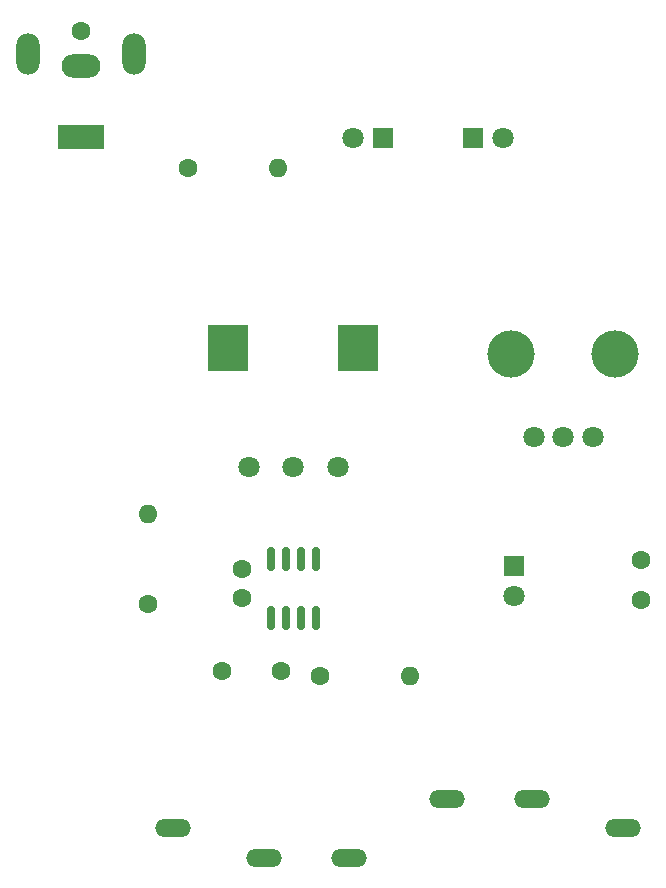
<source format=gbr>
%TF.GenerationSoftware,KiCad,Pcbnew,(6.0.0)*%
%TF.CreationDate,2022-01-15T15:10:37-08:00*%
%TF.ProjectId,Tremolo_V2,5472656d-6f6c-46f5-9f56-322e6b696361,rev?*%
%TF.SameCoordinates,Original*%
%TF.FileFunction,Soldermask,Top*%
%TF.FilePolarity,Negative*%
%FSLAX46Y46*%
G04 Gerber Fmt 4.6, Leading zero omitted, Abs format (unit mm)*
G04 Created by KiCad (PCBNEW (6.0.0)) date 2022-01-15 15:10:37*
%MOMM*%
%LPD*%
G01*
G04 APERTURE LIST*
G04 Aperture macros list*
%AMRoundRect*
0 Rectangle with rounded corners*
0 $1 Rounding radius*
0 $2 $3 $4 $5 $6 $7 $8 $9 X,Y pos of 4 corners*
0 Add a 4 corners polygon primitive as box body*
4,1,4,$2,$3,$4,$5,$6,$7,$8,$9,$2,$3,0*
0 Add four circle primitives for the rounded corners*
1,1,$1+$1,$2,$3*
1,1,$1+$1,$4,$5*
1,1,$1+$1,$6,$7*
1,1,$1+$1,$8,$9*
0 Add four rect primitives between the rounded corners*
20,1,$1+$1,$2,$3,$4,$5,0*
20,1,$1+$1,$4,$5,$6,$7,0*
20,1,$1+$1,$6,$7,$8,$9,0*
20,1,$1+$1,$8,$9,$2,$3,0*%
G04 Aperture macros list end*
%ADD10C,1.800000*%
%ADD11C,4.000000*%
%ADD12R,3.500000X4.000000*%
%ADD13C,1.600000*%
%ADD14O,1.600000X1.600000*%
%ADD15RoundRect,0.150000X0.150000X-0.825000X0.150000X0.825000X-0.150000X0.825000X-0.150000X-0.825000X0*%
%ADD16O,3.016000X1.508000*%
%ADD17R,4.000000X2.000000*%
%ADD18O,3.300000X2.000000*%
%ADD19O,2.000000X3.500000*%
%ADD20R,1.800000X1.800000*%
G04 APERTURE END LIST*
D10*
%TO.C,RV1*%
X157520000Y-86240000D03*
X160020000Y-86240000D03*
X162520000Y-86240000D03*
D11*
X155620000Y-79240000D03*
X164420000Y-79240000D03*
%TD*%
D12*
%TO.C,RV2*%
X131660000Y-78740000D03*
X142660000Y-78740000D03*
D10*
X133410000Y-88740000D03*
X137160000Y-88740000D03*
X140910000Y-88740000D03*
%TD*%
D13*
%TO.C,R3*%
X128270000Y-63500000D03*
D14*
X135890000Y-63500000D03*
%TD*%
D13*
%TO.C,R2*%
X139407014Y-106466340D03*
D14*
X147027014Y-106466340D03*
%TD*%
D13*
%TO.C,R1*%
X124895691Y-100367869D03*
D14*
X124895691Y-92747869D03*
%TD*%
D15*
%TO.C,U2*%
X135255000Y-101535000D03*
X136525000Y-101535000D03*
X137795000Y-101535000D03*
X139065000Y-101535000D03*
X139065000Y-96585000D03*
X137795000Y-96585000D03*
X136525000Y-96585000D03*
X135255000Y-96585000D03*
%TD*%
D13*
%TO.C,R4*%
X166583908Y-100060931D03*
X166583908Y-96660931D03*
%TD*%
D16*
%TO.C,J3*%
X157400000Y-116880000D03*
X165100000Y-119380000D03*
X150200000Y-116880000D03*
%TD*%
%TO.C,J2*%
X141900000Y-121880000D03*
X127000000Y-119380000D03*
X134700000Y-121880000D03*
%TD*%
D17*
%TO.C,J1*%
X119178203Y-60852629D03*
D18*
X119178203Y-54852629D03*
D19*
X123678203Y-53852629D03*
X114678203Y-53852629D03*
D13*
X119178203Y-51852629D03*
%TD*%
D20*
%TO.C,D3*%
X152400000Y-60960000D03*
D10*
X154940000Y-60960000D03*
%TD*%
D20*
%TO.C,D2*%
X144780000Y-60960000D03*
D10*
X142240000Y-60960000D03*
%TD*%
D20*
%TO.C,D1*%
X155843003Y-97130950D03*
D10*
X155843003Y-99670950D03*
%TD*%
D13*
%TO.C,C2*%
X132851372Y-99874462D03*
X132851372Y-97374462D03*
%TD*%
%TO.C,C1*%
X136112827Y-106092435D03*
X131112827Y-106092435D03*
%TD*%
M02*

</source>
